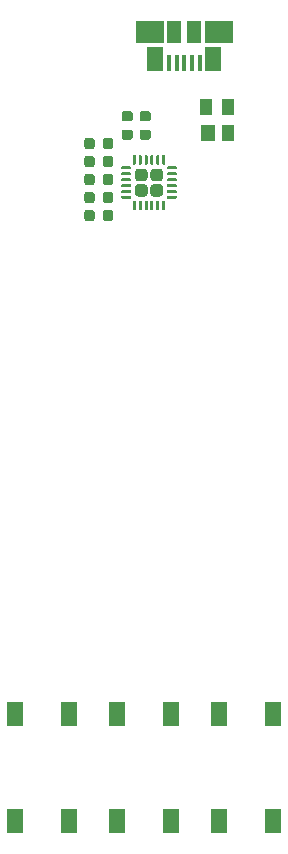
<source format=gtp>
G04 #@! TF.GenerationSoftware,KiCad,Pcbnew,(5.1.9)-1*
G04 #@! TF.CreationDate,2021-08-17T23:34:33-04:00*
G04 #@! TF.ProjectId,swadge-programmer,73776164-6765-42d7-9072-6f6772616d6d,rev?*
G04 #@! TF.SameCoordinates,Original*
G04 #@! TF.FileFunction,Paste,Top*
G04 #@! TF.FilePolarity,Positive*
%FSLAX46Y46*%
G04 Gerber Fmt 4.6, Leading zero omitted, Abs format (unit mm)*
G04 Created by KiCad (PCBNEW (5.1.9)-1) date 2021-08-17 23:34:33*
%MOMM*%
%LPD*%
G01*
G04 APERTURE LIST*
%ADD10R,1.175000X1.900000*%
%ADD11R,2.375000X1.900000*%
%ADD12R,1.475000X2.100000*%
%ADD13R,0.450000X1.380000*%
%ADD14R,1.000000X1.400000*%
%ADD15R,1.200000X1.400000*%
%ADD16R,1.400000X2.100000*%
G04 APERTURE END LIST*
G36*
G01*
X160403250Y-60661000D02*
X159890750Y-60661000D01*
G75*
G02*
X159672000Y-60442250I0J218750D01*
G01*
X159672000Y-60004750D01*
G75*
G02*
X159890750Y-59786000I218750J0D01*
G01*
X160403250Y-59786000D01*
G75*
G02*
X160622000Y-60004750I0J-218750D01*
G01*
X160622000Y-60442250D01*
G75*
G02*
X160403250Y-60661000I-218750J0D01*
G01*
G37*
G36*
G01*
X160403250Y-59086000D02*
X159890750Y-59086000D01*
G75*
G02*
X159672000Y-58867250I0J218750D01*
G01*
X159672000Y-58429750D01*
G75*
G02*
X159890750Y-58211000I218750J0D01*
G01*
X160403250Y-58211000D01*
G75*
G02*
X160622000Y-58429750I0J-218750D01*
G01*
X160622000Y-58867250D01*
G75*
G02*
X160403250Y-59086000I-218750J0D01*
G01*
G37*
G36*
G01*
X158879250Y-60661000D02*
X158366750Y-60661000D01*
G75*
G02*
X158148000Y-60442250I0J218750D01*
G01*
X158148000Y-60004750D01*
G75*
G02*
X158366750Y-59786000I218750J0D01*
G01*
X158879250Y-59786000D01*
G75*
G02*
X159098000Y-60004750I0J-218750D01*
G01*
X159098000Y-60442250D01*
G75*
G02*
X158879250Y-60661000I-218750J0D01*
G01*
G37*
G36*
G01*
X158879250Y-59086000D02*
X158366750Y-59086000D01*
G75*
G02*
X158148000Y-58867250I0J218750D01*
G01*
X158148000Y-58429750D01*
G75*
G02*
X158366750Y-58211000I218750J0D01*
G01*
X158879250Y-58211000D01*
G75*
G02*
X159098000Y-58429750I0J-218750D01*
G01*
X159098000Y-58867250D01*
G75*
G02*
X158879250Y-59086000I-218750J0D01*
G01*
G37*
G36*
G01*
X157435000Y-60703750D02*
X157435000Y-61216250D01*
G75*
G02*
X157216250Y-61435000I-218750J0D01*
G01*
X156778750Y-61435000D01*
G75*
G02*
X156560000Y-61216250I0J218750D01*
G01*
X156560000Y-60703750D01*
G75*
G02*
X156778750Y-60485000I218750J0D01*
G01*
X157216250Y-60485000D01*
G75*
G02*
X157435000Y-60703750I0J-218750D01*
G01*
G37*
G36*
G01*
X155860000Y-60703750D02*
X155860000Y-61216250D01*
G75*
G02*
X155641250Y-61435000I-218750J0D01*
G01*
X155203750Y-61435000D01*
G75*
G02*
X154985000Y-61216250I0J218750D01*
G01*
X154985000Y-60703750D01*
G75*
G02*
X155203750Y-60485000I218750J0D01*
G01*
X155641250Y-60485000D01*
G75*
G02*
X155860000Y-60703750I0J-218750D01*
G01*
G37*
G36*
G01*
X157435000Y-62227750D02*
X157435000Y-62740250D01*
G75*
G02*
X157216250Y-62959000I-218750J0D01*
G01*
X156778750Y-62959000D01*
G75*
G02*
X156560000Y-62740250I0J218750D01*
G01*
X156560000Y-62227750D01*
G75*
G02*
X156778750Y-62009000I218750J0D01*
G01*
X157216250Y-62009000D01*
G75*
G02*
X157435000Y-62227750I0J-218750D01*
G01*
G37*
G36*
G01*
X155860000Y-62227750D02*
X155860000Y-62740250D01*
G75*
G02*
X155641250Y-62959000I-218750J0D01*
G01*
X155203750Y-62959000D01*
G75*
G02*
X154985000Y-62740250I0J218750D01*
G01*
X154985000Y-62227750D01*
G75*
G02*
X155203750Y-62009000I218750J0D01*
G01*
X155641250Y-62009000D01*
G75*
G02*
X155860000Y-62227750I0J-218750D01*
G01*
G37*
D10*
X162609000Y-51505000D03*
X164289000Y-51505000D03*
D11*
X160539000Y-51505000D03*
X166359000Y-51505000D03*
D12*
X160986500Y-53805000D03*
X165911500Y-53805000D03*
D13*
X162149000Y-54165000D03*
X162799000Y-54165000D03*
X163449000Y-54165000D03*
X164099000Y-54165000D03*
X164749000Y-54165000D03*
G36*
G01*
X154985000Y-64264250D02*
X154985000Y-63751750D01*
G75*
G02*
X155203750Y-63533000I218750J0D01*
G01*
X155641250Y-63533000D01*
G75*
G02*
X155860000Y-63751750I0J-218750D01*
G01*
X155860000Y-64264250D01*
G75*
G02*
X155641250Y-64483000I-218750J0D01*
G01*
X155203750Y-64483000D01*
G75*
G02*
X154985000Y-64264250I0J218750D01*
G01*
G37*
G36*
G01*
X156560000Y-64264250D02*
X156560000Y-63751750D01*
G75*
G02*
X156778750Y-63533000I218750J0D01*
G01*
X157216250Y-63533000D01*
G75*
G02*
X157435000Y-63751750I0J-218750D01*
G01*
X157435000Y-64264250D01*
G75*
G02*
X157216250Y-64483000I-218750J0D01*
G01*
X156778750Y-64483000D01*
G75*
G02*
X156560000Y-64264250I0J218750D01*
G01*
G37*
G36*
G01*
X157435000Y-65275750D02*
X157435000Y-65788250D01*
G75*
G02*
X157216250Y-66007000I-218750J0D01*
G01*
X156778750Y-66007000D01*
G75*
G02*
X156560000Y-65788250I0J218750D01*
G01*
X156560000Y-65275750D01*
G75*
G02*
X156778750Y-65057000I218750J0D01*
G01*
X157216250Y-65057000D01*
G75*
G02*
X157435000Y-65275750I0J-218750D01*
G01*
G37*
G36*
G01*
X155860000Y-65275750D02*
X155860000Y-65788250D01*
G75*
G02*
X155641250Y-66007000I-218750J0D01*
G01*
X155203750Y-66007000D01*
G75*
G02*
X154985000Y-65788250I0J218750D01*
G01*
X154985000Y-65275750D01*
G75*
G02*
X155203750Y-65057000I218750J0D01*
G01*
X155641250Y-65057000D01*
G75*
G02*
X155860000Y-65275750I0J-218750D01*
G01*
G37*
G36*
G01*
X157435000Y-66799750D02*
X157435000Y-67312250D01*
G75*
G02*
X157216250Y-67531000I-218750J0D01*
G01*
X156778750Y-67531000D01*
G75*
G02*
X156560000Y-67312250I0J218750D01*
G01*
X156560000Y-66799750D01*
G75*
G02*
X156778750Y-66581000I218750J0D01*
G01*
X157216250Y-66581000D01*
G75*
G02*
X157435000Y-66799750I0J-218750D01*
G01*
G37*
G36*
G01*
X155860000Y-66799750D02*
X155860000Y-67312250D01*
G75*
G02*
X155641250Y-67531000I-218750J0D01*
G01*
X155203750Y-67531000D01*
G75*
G02*
X154985000Y-67312250I0J218750D01*
G01*
X154985000Y-66799750D01*
G75*
G02*
X155203750Y-66581000I218750J0D01*
G01*
X155641250Y-66581000D01*
G75*
G02*
X155860000Y-66799750I0J-218750D01*
G01*
G37*
D14*
X165293000Y-57828000D03*
X167193000Y-57828000D03*
X167193000Y-60028000D03*
D15*
X165473000Y-60028000D03*
G36*
G01*
X162054497Y-62901195D02*
X162754497Y-62901195D01*
G75*
G02*
X162816997Y-62963695I0J-62500D01*
G01*
X162816997Y-63088695D01*
G75*
G02*
X162754497Y-63151195I-62500J0D01*
G01*
X162054497Y-63151195D01*
G75*
G02*
X161991997Y-63088695I0J62500D01*
G01*
X161991997Y-62963695D01*
G75*
G02*
X162054497Y-62901195I62500J0D01*
G01*
G37*
G36*
G01*
X162054497Y-63401195D02*
X162754497Y-63401195D01*
G75*
G02*
X162816997Y-63463695I0J-62500D01*
G01*
X162816997Y-63588695D01*
G75*
G02*
X162754497Y-63651195I-62500J0D01*
G01*
X162054497Y-63651195D01*
G75*
G02*
X161991997Y-63588695I0J62500D01*
G01*
X161991997Y-63463695D01*
G75*
G02*
X162054497Y-63401195I62500J0D01*
G01*
G37*
G36*
G01*
X162054497Y-63901195D02*
X162754497Y-63901195D01*
G75*
G02*
X162816997Y-63963695I0J-62500D01*
G01*
X162816997Y-64088695D01*
G75*
G02*
X162754497Y-64151195I-62500J0D01*
G01*
X162054497Y-64151195D01*
G75*
G02*
X161991997Y-64088695I0J62500D01*
G01*
X161991997Y-63963695D01*
G75*
G02*
X162054497Y-63901195I62500J0D01*
G01*
G37*
G36*
G01*
X162054497Y-64401195D02*
X162754497Y-64401195D01*
G75*
G02*
X162816997Y-64463695I0J-62500D01*
G01*
X162816997Y-64588695D01*
G75*
G02*
X162754497Y-64651195I-62500J0D01*
G01*
X162054497Y-64651195D01*
G75*
G02*
X161991997Y-64588695I0J62500D01*
G01*
X161991997Y-64463695D01*
G75*
G02*
X162054497Y-64401195I62500J0D01*
G01*
G37*
G36*
G01*
X162054497Y-64901195D02*
X162754497Y-64901195D01*
G75*
G02*
X162816997Y-64963695I0J-62500D01*
G01*
X162816997Y-65088695D01*
G75*
G02*
X162754497Y-65151195I-62500J0D01*
G01*
X162054497Y-65151195D01*
G75*
G02*
X161991997Y-65088695I0J62500D01*
G01*
X161991997Y-64963695D01*
G75*
G02*
X162054497Y-64901195I62500J0D01*
G01*
G37*
G36*
G01*
X162054497Y-65401195D02*
X162754497Y-65401195D01*
G75*
G02*
X162816997Y-65463695I0J-62500D01*
G01*
X162816997Y-65588695D01*
G75*
G02*
X162754497Y-65651195I-62500J0D01*
G01*
X162054497Y-65651195D01*
G75*
G02*
X161991997Y-65588695I0J62500D01*
G01*
X161991997Y-65463695D01*
G75*
G02*
X162054497Y-65401195I62500J0D01*
G01*
G37*
G36*
G01*
X161654497Y-65801195D02*
X161779497Y-65801195D01*
G75*
G02*
X161841997Y-65863695I0J-62500D01*
G01*
X161841997Y-66563695D01*
G75*
G02*
X161779497Y-66626195I-62500J0D01*
G01*
X161654497Y-66626195D01*
G75*
G02*
X161591997Y-66563695I0J62500D01*
G01*
X161591997Y-65863695D01*
G75*
G02*
X161654497Y-65801195I62500J0D01*
G01*
G37*
G36*
G01*
X161154497Y-65801195D02*
X161279497Y-65801195D01*
G75*
G02*
X161341997Y-65863695I0J-62500D01*
G01*
X161341997Y-66563695D01*
G75*
G02*
X161279497Y-66626195I-62500J0D01*
G01*
X161154497Y-66626195D01*
G75*
G02*
X161091997Y-66563695I0J62500D01*
G01*
X161091997Y-65863695D01*
G75*
G02*
X161154497Y-65801195I62500J0D01*
G01*
G37*
G36*
G01*
X160654497Y-65801195D02*
X160779497Y-65801195D01*
G75*
G02*
X160841997Y-65863695I0J-62500D01*
G01*
X160841997Y-66563695D01*
G75*
G02*
X160779497Y-66626195I-62500J0D01*
G01*
X160654497Y-66626195D01*
G75*
G02*
X160591997Y-66563695I0J62500D01*
G01*
X160591997Y-65863695D01*
G75*
G02*
X160654497Y-65801195I62500J0D01*
G01*
G37*
G36*
G01*
X160154497Y-65801195D02*
X160279497Y-65801195D01*
G75*
G02*
X160341997Y-65863695I0J-62500D01*
G01*
X160341997Y-66563695D01*
G75*
G02*
X160279497Y-66626195I-62500J0D01*
G01*
X160154497Y-66626195D01*
G75*
G02*
X160091997Y-66563695I0J62500D01*
G01*
X160091997Y-65863695D01*
G75*
G02*
X160154497Y-65801195I62500J0D01*
G01*
G37*
G36*
G01*
X159654497Y-65801195D02*
X159779497Y-65801195D01*
G75*
G02*
X159841997Y-65863695I0J-62500D01*
G01*
X159841997Y-66563695D01*
G75*
G02*
X159779497Y-66626195I-62500J0D01*
G01*
X159654497Y-66626195D01*
G75*
G02*
X159591997Y-66563695I0J62500D01*
G01*
X159591997Y-65863695D01*
G75*
G02*
X159654497Y-65801195I62500J0D01*
G01*
G37*
G36*
G01*
X159154497Y-65801195D02*
X159279497Y-65801195D01*
G75*
G02*
X159341997Y-65863695I0J-62500D01*
G01*
X159341997Y-66563695D01*
G75*
G02*
X159279497Y-66626195I-62500J0D01*
G01*
X159154497Y-66626195D01*
G75*
G02*
X159091997Y-66563695I0J62500D01*
G01*
X159091997Y-65863695D01*
G75*
G02*
X159154497Y-65801195I62500J0D01*
G01*
G37*
G36*
G01*
X158179497Y-65401195D02*
X158879497Y-65401195D01*
G75*
G02*
X158941997Y-65463695I0J-62500D01*
G01*
X158941997Y-65588695D01*
G75*
G02*
X158879497Y-65651195I-62500J0D01*
G01*
X158179497Y-65651195D01*
G75*
G02*
X158116997Y-65588695I0J62500D01*
G01*
X158116997Y-65463695D01*
G75*
G02*
X158179497Y-65401195I62500J0D01*
G01*
G37*
G36*
G01*
X158179497Y-64901195D02*
X158879497Y-64901195D01*
G75*
G02*
X158941997Y-64963695I0J-62500D01*
G01*
X158941997Y-65088695D01*
G75*
G02*
X158879497Y-65151195I-62500J0D01*
G01*
X158179497Y-65151195D01*
G75*
G02*
X158116997Y-65088695I0J62500D01*
G01*
X158116997Y-64963695D01*
G75*
G02*
X158179497Y-64901195I62500J0D01*
G01*
G37*
G36*
G01*
X158179497Y-64401195D02*
X158879497Y-64401195D01*
G75*
G02*
X158941997Y-64463695I0J-62500D01*
G01*
X158941997Y-64588695D01*
G75*
G02*
X158879497Y-64651195I-62500J0D01*
G01*
X158179497Y-64651195D01*
G75*
G02*
X158116997Y-64588695I0J62500D01*
G01*
X158116997Y-64463695D01*
G75*
G02*
X158179497Y-64401195I62500J0D01*
G01*
G37*
G36*
G01*
X158179497Y-63901195D02*
X158879497Y-63901195D01*
G75*
G02*
X158941997Y-63963695I0J-62500D01*
G01*
X158941997Y-64088695D01*
G75*
G02*
X158879497Y-64151195I-62500J0D01*
G01*
X158179497Y-64151195D01*
G75*
G02*
X158116997Y-64088695I0J62500D01*
G01*
X158116997Y-63963695D01*
G75*
G02*
X158179497Y-63901195I62500J0D01*
G01*
G37*
G36*
G01*
X158179497Y-63401195D02*
X158879497Y-63401195D01*
G75*
G02*
X158941997Y-63463695I0J-62500D01*
G01*
X158941997Y-63588695D01*
G75*
G02*
X158879497Y-63651195I-62500J0D01*
G01*
X158179497Y-63651195D01*
G75*
G02*
X158116997Y-63588695I0J62500D01*
G01*
X158116997Y-63463695D01*
G75*
G02*
X158179497Y-63401195I62500J0D01*
G01*
G37*
G36*
G01*
X158179497Y-62901195D02*
X158879497Y-62901195D01*
G75*
G02*
X158941997Y-62963695I0J-62500D01*
G01*
X158941997Y-63088695D01*
G75*
G02*
X158879497Y-63151195I-62500J0D01*
G01*
X158179497Y-63151195D01*
G75*
G02*
X158116997Y-63088695I0J62500D01*
G01*
X158116997Y-62963695D01*
G75*
G02*
X158179497Y-62901195I62500J0D01*
G01*
G37*
G36*
G01*
X159154497Y-61926195D02*
X159279497Y-61926195D01*
G75*
G02*
X159341997Y-61988695I0J-62500D01*
G01*
X159341997Y-62688695D01*
G75*
G02*
X159279497Y-62751195I-62500J0D01*
G01*
X159154497Y-62751195D01*
G75*
G02*
X159091997Y-62688695I0J62500D01*
G01*
X159091997Y-61988695D01*
G75*
G02*
X159154497Y-61926195I62500J0D01*
G01*
G37*
G36*
G01*
X159654497Y-61926195D02*
X159779497Y-61926195D01*
G75*
G02*
X159841997Y-61988695I0J-62500D01*
G01*
X159841997Y-62688695D01*
G75*
G02*
X159779497Y-62751195I-62500J0D01*
G01*
X159654497Y-62751195D01*
G75*
G02*
X159591997Y-62688695I0J62500D01*
G01*
X159591997Y-61988695D01*
G75*
G02*
X159654497Y-61926195I62500J0D01*
G01*
G37*
G36*
G01*
X160154497Y-61926195D02*
X160279497Y-61926195D01*
G75*
G02*
X160341997Y-61988695I0J-62500D01*
G01*
X160341997Y-62688695D01*
G75*
G02*
X160279497Y-62751195I-62500J0D01*
G01*
X160154497Y-62751195D01*
G75*
G02*
X160091997Y-62688695I0J62500D01*
G01*
X160091997Y-61988695D01*
G75*
G02*
X160154497Y-61926195I62500J0D01*
G01*
G37*
G36*
G01*
X160654497Y-61926195D02*
X160779497Y-61926195D01*
G75*
G02*
X160841997Y-61988695I0J-62500D01*
G01*
X160841997Y-62688695D01*
G75*
G02*
X160779497Y-62751195I-62500J0D01*
G01*
X160654497Y-62751195D01*
G75*
G02*
X160591997Y-62688695I0J62500D01*
G01*
X160591997Y-61988695D01*
G75*
G02*
X160654497Y-61926195I62500J0D01*
G01*
G37*
G36*
G01*
X161154497Y-61926195D02*
X161279497Y-61926195D01*
G75*
G02*
X161341997Y-61988695I0J-62500D01*
G01*
X161341997Y-62688695D01*
G75*
G02*
X161279497Y-62751195I-62500J0D01*
G01*
X161154497Y-62751195D01*
G75*
G02*
X161091997Y-62688695I0J62500D01*
G01*
X161091997Y-61988695D01*
G75*
G02*
X161154497Y-61926195I62500J0D01*
G01*
G37*
G36*
G01*
X161654497Y-61926195D02*
X161779497Y-61926195D01*
G75*
G02*
X161841997Y-61988695I0J-62500D01*
G01*
X161841997Y-62688695D01*
G75*
G02*
X161779497Y-62751195I-62500J0D01*
G01*
X161654497Y-62751195D01*
G75*
G02*
X161591997Y-62688695I0J62500D01*
G01*
X161591997Y-61988695D01*
G75*
G02*
X161654497Y-61926195I62500J0D01*
G01*
G37*
G36*
G01*
X159541996Y-64401195D02*
X160091998Y-64401195D01*
G75*
G02*
X160341997Y-64651194I0J-249999D01*
G01*
X160341997Y-65201196D01*
G75*
G02*
X160091998Y-65451195I-249999J0D01*
G01*
X159541996Y-65451195D01*
G75*
G02*
X159291997Y-65201196I0J249999D01*
G01*
X159291997Y-64651194D01*
G75*
G02*
X159541996Y-64401195I249999J0D01*
G01*
G37*
G36*
G01*
X160841996Y-64401195D02*
X161391998Y-64401195D01*
G75*
G02*
X161641997Y-64651194I0J-249999D01*
G01*
X161641997Y-65201196D01*
G75*
G02*
X161391998Y-65451195I-249999J0D01*
G01*
X160841996Y-65451195D01*
G75*
G02*
X160591997Y-65201196I0J249999D01*
G01*
X160591997Y-64651194D01*
G75*
G02*
X160841996Y-64401195I249999J0D01*
G01*
G37*
G36*
G01*
X159541996Y-63101195D02*
X160091998Y-63101195D01*
G75*
G02*
X160341997Y-63351194I0J-249999D01*
G01*
X160341997Y-63901196D01*
G75*
G02*
X160091998Y-64151195I-249999J0D01*
G01*
X159541996Y-64151195D01*
G75*
G02*
X159291997Y-63901196I0J249999D01*
G01*
X159291997Y-63351194D01*
G75*
G02*
X159541996Y-63101195I249999J0D01*
G01*
G37*
G36*
G01*
X160841996Y-63101195D02*
X161391998Y-63101195D01*
G75*
G02*
X161641997Y-63351194I0J-249999D01*
G01*
X161641997Y-63901196D01*
G75*
G02*
X161391998Y-64151195I-249999J0D01*
G01*
X160841996Y-64151195D01*
G75*
G02*
X160591997Y-63901196I0J249999D01*
G01*
X160591997Y-63351194D01*
G75*
G02*
X160841996Y-63101195I249999J0D01*
G01*
G37*
D16*
X170955000Y-109242000D03*
X170955000Y-118342000D03*
X166405000Y-109242000D03*
X166405000Y-118342000D03*
X162319000Y-109242000D03*
X162319000Y-118342000D03*
X157769000Y-109242000D03*
X157769000Y-118342000D03*
X149133000Y-118342000D03*
X149133000Y-109242000D03*
X153683000Y-118342000D03*
X153683000Y-109242000D03*
M02*

</source>
